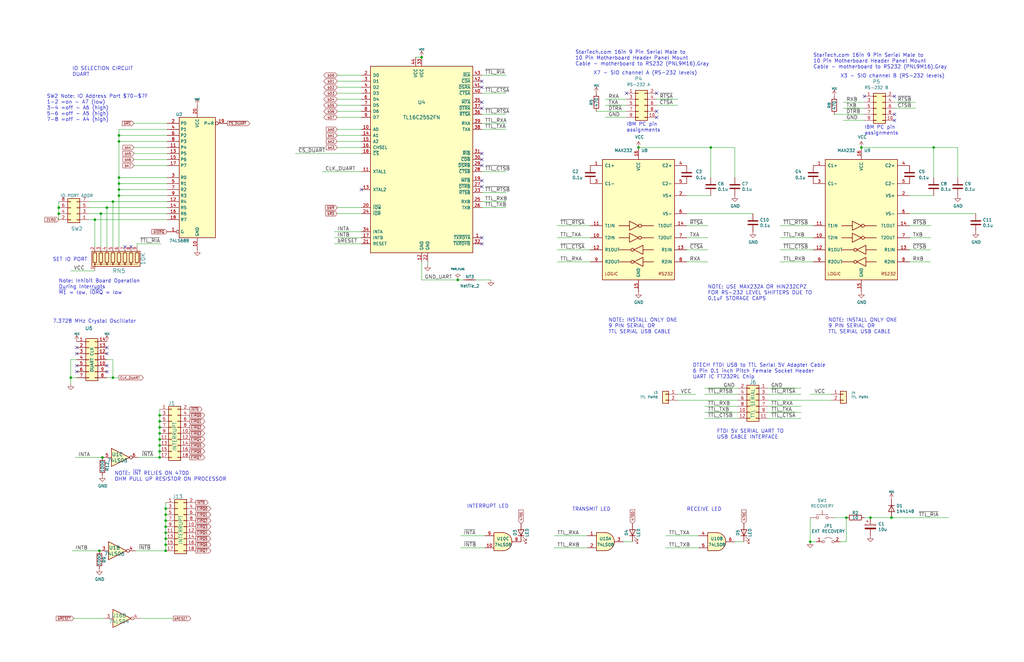
<source format=kicad_sch>
(kicad_sch (version 20211123) (generator eeschema)
  (paper "B")
  (junction (at 177.8 24.13))
  (junction (at 393.7 62.23))
  (junction (at 50.165 57.15))
  (junction (at 50.165 74.93))
  (junction (at 47.625 159.385))
  (junction (at 50.165 82.55))
  (junction (at 69.85 222.25))
  (junction (at 341.63 228.6))
  (junction (at 41.91 232.41))
  (junction (at 43.18 193.04))
  (junction (at 69.85 214.63))
  (junction (at 356.87 218.44))
  (junction (at 269.24 62.23))
  (junction (at 69.85 217.17))
  (junction (at 367.03 218.44))
  (junction (at 193.04 118.11))
  (junction (at 45.085 87.63))
  (junction (at 299.72 62.23))
  (junction (at 67.31 185.42))
  (junction (at 40.005 92.71))
  (junction (at 29.845 159.385))
  (junction (at 69.85 224.79))
  (junction (at 67.31 187.96))
  (junction (at 24.765 90.17))
  (junction (at 67.31 193.04))
  (junction (at 24.765 87.63))
  (junction (at 67.31 182.88))
  (junction (at 50.165 77.47))
  (junction (at 375.92 218.44))
  (junction (at 67.31 180.34))
  (junction (at 50.165 59.69))
  (junction (at 67.31 175.26))
  (junction (at 42.545 90.17))
  (junction (at 363.22 62.23))
  (junction (at 67.31 190.5))
  (junction (at 69.85 232.41))
  (junction (at 69.85 229.87))
  (junction (at 69.85 219.71))
  (junction (at 50.165 80.01))
  (junction (at 47.625 85.09))
  (junction (at 69.85 227.33))
  (junction (at 67.31 177.8))
  (no_connect (at 55.245 104.14))
  (no_connect (at 203.2 76.2))
  (no_connect (at 52.705 104.14))
  (no_connect (at 276.86 39.37))
  (no_connect (at 377.19 50.8))
  (no_connect (at 276.86 49.53))
  (no_connect (at 203.2 64.77))
  (no_connect (at 32.385 149.225))
  (no_connect (at 152.4 80.01))
  (no_connect (at 203.2 34.29))
  (no_connect (at 276.86 46.99))
  (no_connect (at 203.2 69.85))
  (no_connect (at 32.385 156.845))
  (no_connect (at 203.2 100.33))
  (no_connect (at 203.2 43.18))
  (no_connect (at 45.085 156.845))
  (no_connect (at 364.49 40.64))
  (no_connect (at 45.085 154.305))
  (no_connect (at 45.085 149.225))
  (no_connect (at 377.19 40.64))
  (no_connect (at 203.2 67.31))
  (no_connect (at 264.16 39.37))
  (no_connect (at 32.385 154.305))
  (no_connect (at 203.2 78.74))
  (no_connect (at 203.2 102.87))
  (no_connect (at 203.2 45.72))
  (no_connect (at 203.2 36.83))
  (no_connect (at 32.385 146.685))
  (no_connect (at 377.19 48.26))
  (no_connect (at 45.085 146.685))
  (wire (pts (xy 70.485 74.93) (xy 50.165 74.93)))
  (wire (pts (xy 56.515 52.07) (xy 70.485 52.07)))
  (wire (pts (xy 24.765 90.17) (xy 24.765 92.71)))
  (wire (pts (xy 203.2 85.09) (xy 213.36 85.09)))
  (wire (pts (xy 297.18 163.83) (xy 311.15 163.83)))
  (wire (pts (xy 124.46 64.77) (xy 152.4 64.77)))
  (wire (pts (xy 403.86 62.23) (xy 403.86 74.93)))
  (wire (pts (xy 67.31 177.8) (xy 67.31 175.26)))
  (wire (pts (xy 393.7 62.23) (xy 363.22 62.23)))
  (wire (pts (xy 233.68 231.14) (xy 247.65 231.14)))
  (wire (pts (xy 69.85 229.87) (xy 69.85 232.41)))
  (wire (pts (xy 142.24 49.53) (xy 152.4 49.53)))
  (wire (pts (xy 289.56 105.41) (xy 298.45 105.41)))
  (wire (pts (xy 341.63 218.44) (xy 341.63 228.6)))
  (wire (pts (xy 276.86 41.91) (xy 285.75 41.91)))
  (wire (pts (xy 67.31 190.5) (xy 67.31 187.96)))
  (wire (pts (xy 297.18 176.53) (xy 311.15 176.53)))
  (wire (pts (xy 142.24 31.75) (xy 152.4 31.75)))
  (wire (pts (xy 30.48 232.41) (xy 41.91 232.41)))
  (wire (pts (xy 142.24 90.17) (xy 152.4 90.17)))
  (wire (pts (xy 50.165 74.93) (xy 50.165 59.69)))
  (wire (pts (xy 70.485 77.47) (xy 50.165 77.47)))
  (wire (pts (xy 383.54 105.41) (xy 392.43 105.41)))
  (wire (pts (xy 40.005 104.14) (xy 40.005 92.71)))
  (wire (pts (xy 69.85 212.09) (xy 69.85 214.63)))
  (wire (pts (xy 200.66 118.11) (xy 207.01 118.11)))
  (wire (pts (xy 350.52 166.37) (xy 341.63 166.37)))
  (wire (pts (xy 67.31 187.96) (xy 67.31 185.42)))
  (wire (pts (xy 323.85 176.53) (xy 337.82 176.53)))
  (wire (pts (xy 180.34 111.76) (xy 180.34 110.49)))
  (wire (pts (xy 67.31 175.26) (xy 67.31 172.72)))
  (wire (pts (xy 328.93 105.41) (xy 342.9 105.41)))
  (wire (pts (xy 47.625 159.385) (xy 47.625 151.765)))
  (wire (pts (xy 57.785 102.87) (xy 57.785 104.14)))
  (wire (pts (xy 40.005 114.3) (xy 29.845 114.3)))
  (wire (pts (xy 152.4 72.39) (xy 135.89 72.39)))
  (wire (pts (xy 70.485 82.55) (xy 50.165 82.55)))
  (wire (pts (xy 29.845 151.765) (xy 29.845 159.385)))
  (wire (pts (xy 203.2 52.07) (xy 213.36 52.07)))
  (wire (pts (xy 311.15 168.91) (xy 285.75 168.91)))
  (wire (pts (xy 50.165 80.01) (xy 50.165 77.47)))
  (wire (pts (xy 142.24 87.63) (xy 152.4 87.63)))
  (wire (pts (xy 337.82 171.45) (xy 323.85 171.45)))
  (wire (pts (xy 140.97 102.87) (xy 152.4 102.87)))
  (wire (pts (xy 24.765 85.09) (xy 24.765 87.63)))
  (wire (pts (xy 354.33 228.6) (xy 356.87 228.6)))
  (wire (pts (xy 328.93 95.25) (xy 342.9 95.25)))
  (wire (pts (xy 70.485 59.69) (xy 50.165 59.69)))
  (wire (pts (xy 328.93 100.33) (xy 342.9 100.33)))
  (wire (pts (xy 337.82 166.37) (xy 323.85 166.37)))
  (wire (pts (xy 377.19 43.18) (xy 386.08 43.18)))
  (wire (pts (xy 299.72 62.23) (xy 269.24 62.23)))
  (wire (pts (xy 194.31 231.14) (xy 204.47 231.14)))
  (wire (pts (xy 142.24 57.15) (xy 152.4 57.15)))
  (wire (pts (xy 50.165 104.14) (xy 50.165 82.55)))
  (wire (pts (xy 177.8 118.11) (xy 193.04 118.11)))
  (wire (pts (xy 57.785 102.87) (xy 67.945 102.87)))
  (wire (pts (xy 276.86 44.45) (xy 285.75 44.45)))
  (wire (pts (xy 355.6 45.72) (xy 364.49 45.72)))
  (wire (pts (xy 323.85 168.91) (xy 350.52 168.91)))
  (wire (pts (xy 142.24 39.37) (xy 152.4 39.37)))
  (wire (pts (xy 69.85 214.63) (xy 69.85 217.17)))
  (wire (pts (xy 383.54 95.25) (xy 392.43 95.25)))
  (wire (pts (xy 45.085 87.63) (xy 70.485 87.63)))
  (wire (pts (xy 37.465 87.63) (xy 45.085 87.63)))
  (wire (pts (xy 69.85 219.71) (xy 69.85 222.25)))
  (wire (pts (xy 337.82 163.83) (xy 323.85 163.83)))
  (wire (pts (xy 234.95 105.41) (xy 248.92 105.41)))
  (wire (pts (xy 45.085 159.385) (xy 47.625 159.385)))
  (wire (pts (xy 255.27 41.91) (xy 264.16 41.91)))
  (wire (pts (xy 234.95 100.33) (xy 248.92 100.33)))
  (wire (pts (xy 42.545 104.14) (xy 42.545 90.17)))
  (wire (pts (xy 383.54 82.55) (xy 393.7 82.55)))
  (wire (pts (xy 50.165 77.47) (xy 50.165 74.93)))
  (wire (pts (xy 67.31 185.42) (xy 67.31 182.88)))
  (wire (pts (xy 142.24 44.45) (xy 152.4 44.45)))
  (wire (pts (xy 203.2 54.61) (xy 213.36 54.61)))
  (wire (pts (xy 255.27 49.53) (xy 264.16 49.53)))
  (wire (pts (xy 383.54 90.17) (xy 411.48 90.17)))
  (wire (pts (xy 29.845 161.925) (xy 29.845 159.385)))
  (wire (pts (xy 289.56 95.25) (xy 298.45 95.25)))
  (wire (pts (xy 56.515 67.31) (xy 70.485 67.31)))
  (wire (pts (xy 289.56 90.17) (xy 317.5 90.17)))
  (wire (pts (xy 383.54 100.33) (xy 392.43 100.33)))
  (wire (pts (xy 203.2 39.37) (xy 213.36 39.37)))
  (wire (pts (xy 45.085 104.14) (xy 45.085 87.63)))
  (wire (pts (xy 355.6 50.8) (xy 364.49 50.8)))
  (wire (pts (xy 234.95 110.49) (xy 248.92 110.49)))
  (wire (pts (xy 251.46 46.99) (xy 264.16 46.99)))
  (wire (pts (xy 337.82 173.99) (xy 323.85 173.99)))
  (wire (pts (xy 69.85 217.17) (xy 69.85 219.71)))
  (wire (pts (xy 37.465 92.71) (xy 40.005 92.71)))
  (wire (pts (xy 40.005 92.71) (xy 70.485 92.71)))
  (wire (pts (xy 140.97 97.79) (xy 152.4 97.79)))
  (wire (pts (xy 393.7 62.23) (xy 403.86 62.23)))
  (wire (pts (xy 50.165 59.69) (xy 50.165 57.15)))
  (wire (pts (xy 142.24 36.83) (xy 152.4 36.83)))
  (wire (pts (xy 377.19 45.72) (xy 386.08 45.72)))
  (wire (pts (xy 203.2 87.63) (xy 213.36 87.63)))
  (wire (pts (xy 400.05 218.44) (xy 375.92 218.44)))
  (wire (pts (xy 37.465 90.17) (xy 42.545 90.17)))
  (wire (pts (xy 299.72 74.93) (xy 299.72 62.23)))
  (wire (pts (xy 351.79 48.26) (xy 364.49 48.26)))
  (wire (pts (xy 24.765 87.63) (xy 24.765 90.17)))
  (wire (pts (xy 309.88 228.6) (xy 313.69 228.6)))
  (wire (pts (xy 289.56 110.49) (xy 298.45 110.49)))
  (wire (pts (xy 142.24 54.61) (xy 152.4 54.61)))
  (wire (pts (xy 42.545 90.17) (xy 70.485 90.17)))
  (wire (pts (xy 297.18 173.99) (xy 311.15 173.99)))
  (wire (pts (xy 393.7 74.93) (xy 393.7 62.23)))
  (wire (pts (xy 67.31 193.04) (xy 67.31 190.5)))
  (wire (pts (xy 364.49 218.44) (xy 367.03 218.44)))
  (wire (pts (xy 233.68 226.06) (xy 247.65 226.06)))
  (wire (pts (xy 193.04 118.11) (xy 195.58 118.11)))
  (wire (pts (xy 234.95 95.25) (xy 248.92 95.25)))
  (wire (pts (xy 56.515 69.85) (xy 70.485 69.85)))
  (wire (pts (xy 70.485 80.01) (xy 50.165 80.01)))
  (wire (pts (xy 32.385 151.765) (xy 29.845 151.765)))
  (wire (pts (xy 367.03 218.44) (xy 375.92 218.44)))
  (wire (pts (xy 177.8 118.11) (xy 177.8 110.49)))
  (wire (pts (xy 280.67 226.06) (xy 294.64 226.06)))
  (wire (pts (xy 297.18 171.45) (xy 311.15 171.45)))
  (wire (pts (xy 356.87 228.6) (xy 356.87 218.44)))
  (wire (pts (xy 56.515 64.77) (xy 70.485 64.77)))
  (wire (pts (xy 203.2 81.28) (xy 213.36 81.28)))
  (wire (pts (xy 142.24 41.91) (xy 152.4 41.91)))
  (wire (pts (xy 142.24 46.99) (xy 152.4 46.99)))
  (wire (pts (xy 299.72 62.23) (xy 309.88 62.23)))
  (wire (pts (xy 37.465 85.09) (xy 47.625 85.09)))
  (wire (pts (xy 47.625 85.09) (xy 70.485 85.09)))
  (wire (pts (xy 383.54 110.49) (xy 392.43 110.49)))
  (wire (pts (xy 297.18 166.37) (xy 311.15 166.37)))
  (wire (pts (xy 69.85 227.33) (xy 69.85 229.87)))
  (wire (pts (xy 69.85 224.79) (xy 69.85 227.33)))
  (wire (pts (xy 58.42 193.04) (xy 67.31 193.04)))
  (wire (pts (xy 47.625 159.385) (xy 50.165 159.385)))
  (wire (pts (xy 47.625 104.14) (xy 47.625 85.09)))
  (wire (pts (xy 280.67 231.14) (xy 294.64 231.14)))
  (wire (pts (xy 67.31 180.34) (xy 67.31 177.8)))
  (wire (pts (xy 45.085 151.765) (xy 47.625 151.765)))
  (wire (pts (xy 59.055 260.985) (xy 73.025 260.985)))
  (wire (pts (xy 203.2 72.39) (xy 213.36 72.39)))
  (wire (pts (xy 56.515 62.23) (xy 70.485 62.23)))
  (wire (pts (xy 356.87 218.44) (xy 351.79 218.44)))
  (wire (pts (xy 50.165 54.61) (xy 70.485 54.61)))
  (wire (pts (xy 177.8 24.13) (xy 175.26 24.13)))
  (wire (pts (xy 31.115 260.985) (xy 43.815 260.985)))
  (wire (pts (xy 289.56 82.55) (xy 299.72 82.55)))
  (wire (pts (xy 142.24 62.23) (xy 152.4 62.23)))
  (wire (pts (xy 203.2 48.26) (xy 213.36 48.26)))
  (wire (pts (xy 194.31 226.06) (xy 204.47 226.06)))
  (wire (pts (xy 203.2 31.75) (xy 213.36 31.75)))
  (wire (pts (xy 142.24 34.29) (xy 152.4 34.29)))
  (wire (pts (xy 142.24 59.69) (xy 152.4 59.69)))
  (wire (pts (xy 140.97 100.33) (xy 152.4 100.33)))
  (wire (pts (xy 341.63 228.6) (xy 344.17 228.6)))
  (wire (pts (xy 309.88 62.23) (xy 309.88 74.93)))
  (wire (pts (xy 289.56 100.33) (xy 298.45 100.33)))
  (wire (pts (xy 57.15 232.41) (xy 69.85 232.41)))
  (wire (pts (xy 50.165 57.15) (xy 50.165 54.61)))
  (wire (pts (xy 328.93 110.49) (xy 342.9 110.49)))
  (wire (pts (xy 50.165 82.55) (xy 50.165 80.01)))
  (wire (pts (xy 31.75 193.04) (xy 43.18 193.04)))
  (wire (pts (xy 255.27 44.45) (xy 264.16 44.45)))
  (wire (pts (xy 70.485 57.15) (xy 50.165 57.15)))
  (wire (pts (xy 285.75 166.37) (xy 293.37 166.37)))
  (wire (pts (xy 355.6 43.18) (xy 364.49 43.18)))
  (wire (pts (xy 262.89 228.6) (xy 266.7 228.6)))
  (wire (pts (xy 29.845 159.385) (xy 32.385 159.385)))
  (wire (pts (xy 69.85 222.25) (xy 69.85 224.79)))
  (wire (pts (xy 67.31 182.88) (xy 67.31 180.34)))
  (text "NOTE: USE MAX232A OR HIN232CPZ\nFOR RS-232 LEVEL SHIFTERS DUE TO\n0.1uF STORAGE CAPS" (at 298.45 127 0) (effects (font (size 1.524 1.524)) (justify left bottom)))
  (text "X7 - SIO channel A (RS-232 levels)" (at 250.19 31.75 0) (effects (font (size 1.524 1.524)) (justify left bottom)))
  (text "NOTE: INSTALL ONLY ONE\n9 PIN SERIAL OR\nTTL SERIAL USB CABLE" (at 256.54 140.97 0) (effects (font (size 1.524 1.524)) (justify left bottom)))
  (text "SW2 Note: IO Address Port $70-$7F\n1-2 =on - A7 (low)\n3-4 =off - A6 (high)\n5-6 =off - A5 (high)\n7-8 =off - A4 (high)" (at 19.685 51.435 0) (effects (font (size 1.524 1.524)) (justify left bottom)))
  (text "NOTE: ~{INT} RELIES ON 4700 \nOHM PULL UP RESISTOR ON PROCESSOR" (at 48.26 203.2 0) (effects (font (size 1.524 1.524)) (justify left bottom)))
  (text "StarTech.com 16in 9 Pin Serial Male to \n10 Pin Motherboard Header Panel Mount \nCable - motherboard to RS232 (PNL9M16),Gray" (at 242.57 27.94 0) (effects (font (size 1.524 1.524)) (justify left bottom)))
  (text "INTERRUPT LED" (at 196.85 214.63 0) (effects (font (size 1.524 1.524)) (justify left bottom)))
  (text "SET IO PORT" (at 22.225 110.49 0) (effects (font (size 1.524 1.524)) (justify left bottom)))
  (text "DTECH FTDI USB to TTL Serial 5V Adapter Cable \n6 Pin 0.1 inch Pitch Female Socket Header \nUART IC FT232RL Chip" (at 292.1 160.02 0) (effects (font (size 1.524 1.524)) (justify left bottom)))
  (text "FTDI 5V SERIAL UART TO\nUSB CABLE INTERFACE" (at 302.26 185.42 0) (effects (font (size 1.524 1.524)) (justify left bottom)))
  (text "TRANSMIT LED" (at 241.3 215.9 0) (effects (font (size 1.524 1.524)) (justify left bottom)))
  (text "7.3728 MHz Crystal Oscillator" (at 22.225 136.525 0) (effects (font (size 1.524 1.524)) (justify left bottom)))
  (text "IBM PC pin\nassignments" (at 264.16 55.88 0) (effects (font (size 1.524 1.524)) (justify left bottom)))
  (text "StarTech.com 16in 9 Pin Serial Male to \n10 Pin Motherboard Header Panel Mount \nCable - motherboard to RS232 (PNL9M16),Gray" (at 342.9 29.21 0) (effects (font (size 1.524 1.524)) (justify left bottom)))
  (text "RECEIVE LED" (at 289.56 215.9 0) (effects (font (size 1.524 1.524)) (justify left bottom)))
  (text "IO SELECTION CIRCUIT\nDUART" (at 30.48 32.385 0) (effects (font (size 1.524 1.524)) (justify left bottom)))
  (text "Note: Inhibit Board Operation\nDuring Interrupts\n~{M1} = low, ~{IORQ} = low" (at 24.765 124.46 0) (effects (font (size 1.524 1.524)) (justify left bottom)))
  (text "X3 - SIO channel B (RS-232 levels)" (at 354.33 33.02 0) (effects (font (size 1.524 1.524)) (justify left bottom)))
  (text "NOTE: INSTALL ONLY ONE\n9 PIN SERIAL OR\nTTL SERIAL USB CABLE" (at 349.25 140.97 0) (effects (font (size 1.524 1.524)) (justify left bottom)))
  (text "IBM PC pin\nassignments" (at 364.49 57.15 0) (effects (font (size 1.524 1.524)) (justify left bottom)))
  (label "~{DTRA}" (at 256.54 46.99 0) (effects (font (size 1.524 1.524))))
  (label "~{INTB}" (at 195.58 231.14 0) (effects (font (size 1.524 1.524))))
  (label "~{TTL_CTSB}" (at 330.2 105.41 0) (effects (font (size 1.524 1.524))))
  (label "TXA" (at 290.83 100.33 0) (effects (font (size 1.524 1.524))))
  (label "TXB" (at 356.87 45.72 0) (effects (font (size 1.524 1.524))))
  (label "~{TTL_RTSA}" (at 236.22 95.25 0) (effects (font (size 1.524 1.524))))
  (label "INTA" (at 142.24 97.79 0) (effects (font (size 1.524 1.524))))
  (label "RXA" (at 256.54 41.91 0) (effects (font (size 1.524 1.524))))
  (label "GND" (at 356.87 50.8 0) (effects (font (size 1.524 1.524))))
  (label "TTL_TXB" (at 330.2 100.33 0) (effects (font (size 1.524 1.524))))
  (label "~{RTSA}" (at 278.13 41.91 0) (effects (font (size 1.524 1.524))))
  (label "~{CTSA}" (at 290.83 105.41 0) (effects (font (size 1.524 1.524))))
  (label "RXA" (at 290.83 110.49 0) (effects (font (size 1.524 1.524))))
  (label "TTL_RXA" (at 234.95 226.06 0) (effects (font (size 1.524 1.524))))
  (label "TTL_TXB" (at 298.45 173.99 0) (effects (font (size 1.524 1.524))))
  (label "~{TTL_CTSB}" (at 298.45 176.53 0) (effects (font (size 1.524 1.524))))
  (label "~{TTL_RIA}" (at 59.055 102.87 0) (effects (font (size 1.524 1.524))))
  (label "RXB" (at 356.87 43.18 0) (effects (font (size 1.524 1.524))))
  (label "TTL_TXB" (at 281.94 231.14 0) (effects (font (size 1.524 1.524))))
  (label "~{TTL_RTSA}" (at 325.12 166.37 0) (effects (font (size 1.524 1.524))))
  (label "~{TTL_RTSB}" (at 204.47 81.28 0) (effects (font (size 1.524 1.524))))
  (label "GND" (at 256.54 49.53 0) (effects (font (size 1.524 1.524))))
  (label "~{TTL_RTSA}" (at 204.47 48.26 0) (effects (font (size 1.524 1.524))))
  (label "~{CS_DUART}" (at 125.73 64.77 0) (effects (font (size 1.524 1.524))))
  (label "~{TTL_RIA}" (at 204.47 31.75 0) (effects (font (size 1.524 1.524))))
  (label "INTB" (at 31.75 232.41 0) (effects (font (size 1.524 1.524))))
  (label "VCC" (at 347.98 166.37 180) (effects (font (size 1.524 1.524))))
  (label "GND" (at 325.12 163.83 0) (effects (font (size 1.524 1.524))))
  (label "~{CTSB}" (at 378.46 45.72 0) (effects (font (size 1.524 1.524))))
  (label "TTL_RXB" (at 234.95 231.14 0) (effects (font (size 1.524 1.524))))
  (label "~{CTSA}" (at 278.13 44.45 0) (effects (font (size 1.524 1.524))))
  (label "TTL_RXA" (at 325.12 171.45 0) (effects (font (size 1.524 1.524))))
  (label "~{CTSB}" (at 384.81 105.41 0) (effects (font (size 1.524 1.524))))
  (label "GND_UART" (at 179.07 118.11 0) (effects (font (size 1.524 1.524))))
  (label "~{RTSA}" (at 290.83 95.25 0) (effects (font (size 1.524 1.524))))
  (label "RXB" (at 384.81 110.49 0) (effects (font (size 1.524 1.524))))
  (label "bRESET" (at 142.24 102.87 0) (effects (font (size 1.524 1.524))))
  (label "CLK_DUART" (at 137.16 72.39 0) (effects (font (size 1.524 1.524))))
  (label "~{TTL_CTSA}" (at 236.22 105.41 0) (effects (font (size 1.524 1.524))))
  (label "INTB" (at 142.24 100.33 0) (effects (font (size 1.524 1.524))))
  (label "~{TTL_CTSA}" (at 325.12 176.53 0) (effects (font (size 1.524 1.524))))
  (label "TTL_TXB" (at 204.47 87.63 0) (effects (font (size 1.524 1.524))))
  (label "~{TTL_CTSB}" (at 204.47 72.39 0) (effects (font (size 1.524 1.524))))
  (label "TTL_TXA" (at 236.22 100.33 0) (effects (font (size 1.524 1.524))))
  (label "INTA" (at 33.02 193.04 0) (effects (font (size 1.524 1.524))))
  (label "GND" (at 309.88 163.83 180) (effects (font (size 1.524 1.524))))
  (label "~{TTL_RIA}" (at 387.35 218.44 0) (effects (font (size 1.524 1.524))))
  (label "~{INTA}" (at 59.69 193.04 0) (effects (font (size 1.524 1.524))))
  (label "~{DTRB}" (at 356.87 48.26 0) (effects (font (size 1.524 1.524))))
  (label "~{RTSB}" (at 378.46 43.18 0) (effects (font (size 1.524 1.524))))
  (label "TTL_RXB" (at 204.47 85.09 0) (effects (font (size 1.524 1.524))))
  (label "VCC" (at 31.115 114.3 0) (effects (font (size 1.524 1.524))))
  (label "VCC" (at 287.02 166.37 0) (effects (font (size 1.524 1.524))))
  (label "TTL_RXB" (at 330.2 110.49 0) (effects (font (size 1.524 1.524))))
  (label "~{TTL_CTSA}" (at 204.47 39.37 0) (effects (font (size 1.524 1.524))))
  (label "TTL_TXA" (at 204.47 54.61 0) (effects (font (size 1.524 1.524))))
  (label "~{INTB}" (at 58.42 232.41 0) (effects (font (size 1.524 1.524))))
  (label "TTL_RXB" (at 298.45 171.45 0) (effects (font (size 1.524 1.524))))
  (label "TTL_TXA" (at 325.12 173.99 0) (effects (font (size 1.524 1.524))))
  (label "~{RTSB}" (at 384.81 95.25 0) (effects (font (size 1.524 1.524))))
  (label "~{TTL_RTSB}" (at 330.2 95.25 0) (effects (font (size 1.524 1.524))))
  (label "TXA" (at 256.54 44.45 0) (effects (font (size 1.524 1.524))))
  (label "~{INTA}" (at 195.58 226.06 0) (effects (font (size 1.524 1.524))))
  (label "~{TTL_RTSB}" (at 298.45 166.37 0) (effects (font (size 1.524 1.524))))
  (label "TTL_RXA" (at 204.47 52.07 0) (effects (font (size 1.524 1.524))))
  (label "TTL_RXA" (at 236.22 110.49 0) (effects (font (size 1.524 1.524))))
  (label "TTL_TXA" (at 281.94 226.06 0) (effects (font (size 1.524 1.524))))
  (label "TXB" (at 384.81 100.33 0) (effects (font (size 1.524 1.524))))
  (global_label "bD3" (shape bidirectional) (at 142.24 39.37 180) (effects (font (size 1.016 1.016))) (property "Intersheet References" "${INTERSHEET_REFS}" (effects hide)))
  (global_label "~{EIRQ1}" (shape output) (at 80.01 177.8 0) (effects (font (size 1.016 1.016))) (property "Intersheet References" "${INTERSHEET_REFS}" (effects hide)))
  (global_label "~{EIRQ1}" (shape output) (at 82.55 217.17 0) (effects (font (size 1.016 1.016))) (property "Intersheet References" "${INTERSHEET_REFS}" (effects hide)))
  (global_label "~{CS_DUART}" (shape output) (at 95.885 52.07 0) (effects (font (size 1.016 1.016))) (property "Intersheet References" "${INTERSHEET_REFS}" (effects hide)))
  (global_label "~{EIRQ2}" (shape output) (at 82.55 219.71 0) (effects (font (size 1.016 1.016))) (property "Intersheet References" "${INTERSHEET_REFS}" (effects hide)))
  (global_label "~{EIRQ3}" (shape output) (at 82.55 222.25 0) (effects (font (size 1.016 1.016))) (property "Intersheet References" "${INTERSHEET_REFS}" (effects hide)))
  (global_label "bA1" (shape input) (at 142.24 57.15 180) (effects (font (size 1.016 1.016))) (property "Intersheet References" "${INTERSHEET_REFS}" (effects hide)))
  (global_label "~{EIRQ6}" (shape output) (at 82.55 229.87 0) (effects (font (size 1.016 1.016))) (property "Intersheet References" "${INTERSHEET_REFS}" (effects hide)))
  (global_label "bA6" (shape input) (at 56.515 67.31 180) (effects (font (size 1.016 1.016))) (property "Intersheet References" "${INTERSHEET_REFS}" (effects hide)))
  (global_label "bD5" (shape bidirectional) (at 142.24 44.45 180) (effects (font (size 1.016 1.016))) (property "Intersheet References" "${INTERSHEET_REFS}" (effects hide)))
  (global_label "~{INT0}" (shape output) (at 82.55 212.09 0) (effects (font (size 1.016 1.016))) (property "Intersheet References" "${INTERSHEET_REFS}" (effects hide)))
  (global_label "~{EIRQ6}" (shape output) (at 80.01 190.5 0) (effects (font (size 1.016 1.016))) (property "Intersheet References" "${INTERSHEET_REFS}" (effects hide)))
  (global_label "470E" (shape input) (at 219.71 220.98 90) (effects (font (size 1.016 1.016))) (property "Intersheet References" "${INTERSHEET_REFS}" (effects hide)))
  (global_label "470D" (shape input) (at 266.7 220.98 90) (effects (font (size 1.016 1.016))) (property "Intersheet References" "${INTERSHEET_REFS}" (effects hide)))
  (global_label "bA0" (shape input) (at 142.24 54.61 180) (effects (font (size 1.016 1.016))) (property "Intersheet References" "${INTERSHEET_REFS}" (effects hide)))
  (global_label "~{EIRQ2}" (shape output) (at 80.01 180.34 0) (effects (font (size 1.016 1.016))) (property "Intersheet References" "${INTERSHEET_REFS}" (effects hide)))
  (global_label "~{INT0}" (shape output) (at 80.01 172.72 0) (effects (font (size 1.016 1.016))) (property "Intersheet References" "${INTERSHEET_REFS}" (effects hide)))
  (global_label "~{EIRQ0}" (shape output) (at 82.55 214.63 0) (effects (font (size 1.016 1.016))) (property "Intersheet References" "${INTERSHEET_REFS}" (effects hide)))
  (global_label "bA4" (shape input) (at 56.515 62.23 180) (effects (font (size 1.016 1.016))) (property "Intersheet References" "${INTERSHEET_REFS}" (effects hide)))
  (global_label "~{bRESET}" (shape input) (at 31.115 260.985 180) (effects (font (size 1.016 1.016))) (property "Intersheet References" "${INTERSHEET_REFS}" (effects hide)))
  (global_label "~{bM1}" (shape input) (at 56.515 52.07 180) (effects (font (size 1.016 1.016))) (property "Intersheet References" "${INTERSHEET_REFS}" (effects hide)))
  (global_label "~{EIRQ5}" (shape output) (at 80.01 187.96 0) (effects (font (size 1.016 1.016))) (property "Intersheet References" "${INTERSHEET_REFS}" (effects hide)))
  (global_label "ZERO" (shape input) (at 24.765 92.71 180) (effects (font (size 1.016 1.016))) (property "Intersheet References" "${INTERSHEET_REFS}" (effects hide)))
  (global_label "bD4" (shape bidirectional) (at 142.24 41.91 180) (effects (font (size 1.016 1.016))) (property "Intersheet References" "${INTERSHEET_REFS}" (effects hide)))
  (global_label "~{EIRQ4}" (shape output) (at 80.01 185.42 0) (effects (font (size 1.016 1.016))) (property "Intersheet References" "${INTERSHEET_REFS}" (effects hide)))
  (global_label "bD0" (shape bidirectional) (at 142.24 31.75 180) (effects (font (size 1.016 1.016))) (property "Intersheet References" "${INTERSHEET_REFS}" (effects hide)))
  (global_label "bA5" (shape input) (at 56.515 64.77 180) (effects (font (size 1.016 1.016))) (property "Intersheet References" "${INTERSHEET_REFS}" (effects hide)))
  (global_label "bA7" (shape input) (at 56.515 69.85 180) (effects (font (size 1.016 1.016))) (property "Intersheet References" "${INTERSHEET_REFS}" (effects hide)))
  (global_label "~{EIRQ0}" (shape output) (at 80.01 175.26 0) (effects (font (size 1.016 1.016))) (property "Intersheet References" "${INTERSHEET_REFS}" (effects hide)))
  (global_label "~{EIRQ3}" (shape output) (at 80.01 182.88 0) (effects (font (size 1.016 1.016))) (property "Intersheet References" "${INTERSHEET_REFS}" (effects hide)))
  (global_label "bD6" (shape bidirectional) (at 142.24 46.99 180) (effects (font (size 1.016 1.016))) (property "Intersheet References" "${INTERSHEET_REFS}" (effects hide)))
  (global_label "bD2" (shape bidirectional) (at 142.24 36.83 180) (effects (font (size 1.016 1.016))) (property "Intersheet References" "${INTERSHEET_REFS}" (effects hide)))
  (global_label "bA3" (shape input) (at 142.24 62.23 180) (effects (font (size 1.016 1.016))) (property "Intersheet References" "${INTERSHEET_REFS}" (effects hide)))
  (global_label "~{EIRQ4}" (shape output) (at 82.55 224.79 0) (effects (font (size 1.016 1.016))) (property "Intersheet References" "${INTERSHEET_REFS}" (effects hide)))
  (global_label "~{EIRQ7}" (shape output) (at 82.55 232.41 0) (effects (font (size 1.016 1.016))) (property "Intersheet References" "${INTERSHEET_REFS}" (effects hide)))
  (global_label "~{EIRQ7}" (shape output) (at 80.01 193.04 0) (effects (font (size 1.016 1.016))) (property "Intersheet References" "${INTERSHEET_REFS}" (effects hide)))
  (global_label "~{bRD}" (shape input) (at 142.24 90.17 180) (effects (font (size 1.016 1.016))) (property "Intersheet References" "${INTERSHEET_REFS}" (effects hide)))
  (global_label "bA2" (shape input) (at 142.24 59.69 180) (effects (font (size 1.016 1.016))) (property "Intersheet References" "${INTERSHEET_REFS}" (effects hide)))
  (global_label "~{EIRQ5}" (shape output) (at 82.55 227.33 0) (effects (font (size 1.016 1.016))) (property "Intersheet References" "${INTERSHEET_REFS}" (effects hide)))
  (global_label "CLK_DUART" (shape output) (at 50.165 159.385 0) (effects (font (size 1.016 1.016))) (property "Intersheet References" "${INTERSHEET_REFS}" (effects hide)))
  (global_label "bD7" (shape bidirectional) (at 142.24 49.53 180) (effects (font (size 1.016 1.016))) (property "Intersheet References" "${INTERSHEET_REFS}" (effects hide)))
  (global_label "~{bWR}" (shape input) (at 142.24 87.63 180) (effects (font (size 1.016 1.016))) (property "Intersheet References" "${INTERSHEET_REFS}" (effects hide)))
  (global_label "~{bIORQ}" (shape input) (at 70.485 97.79 180) (effects (font (size 1.016 1.016))) (property "Intersheet References" "${INTERSHEET_REFS}" (effects hide)))
  (global_label "bD1" (shape bidirectional) (at 142.24 34.29 180) (effects (font (size 1.016 1.016))) (property "Intersheet References" "${INTERSHEET_REFS}" (effects hide)))
  (global_label "470C" (shape input) (at 313.69 220.98 90) (effects (font (size 1.016 1.016))) (property "Intersheet References" "${INTERSHEET_REFS}" (effects hide)))
  (global_label "bRESET" (shape output) (at 73.025 260.985 0) (effects (font (size 1.016 1.016))) (property "Intersheet References" "${INTERSHEET_REFS}" (effects hide)))
  (symbol (lib_id "Connector_Generic:Conn_02x05_Odd_Even") (at 269.24 44.45 0) (unit 1)
    (property "Reference" "P4" (at 269.24 33.1978 0) (effects (font (size 1.524 1.524))))
    (property "Value" "RS-232 A" (at 269.24 35.687 0))
    (property "Footprint" "Connector_IDC:IDC-Header_2x05_P2.54mm_Horizontal" (effects hide))
  )
  (symbol (lib_id "Connector_Generic:Conn_02x07_Counter_Clockwise") (at 37.465 151.765 0) (unit 1)
    (property "Reference" "U6" (at 37.465 138.5062 0) (effects (font (size 1.524 1.524))))
    (property "Value" "DUART CLK" (at 38.735 151.765 90))
    (property "Footprint" "Package_DIP:DIP-14_W7.62mm" (effects hide))
  )
  (symbol (lib_id "74xx:74LS06") (at 50.8 193.04 0) (unit 3)
    (property "Reference" "U1" (at 49.53 191.77 0) (effects (font (size 1.524 1.524))))
    (property "Value" "74LS06" (at 49.53 194.31 0) (effects (font (size 1.524 1.524))))
    (property "Footprint" "Package_DIP:DIP-14_W7.62mm" (effects hide))
    (property "Datasheet" "http://www.ti.com/lit/gpn/sn74LS06" (effects hide))
  )
  (symbol (lib_id "Device:LED") (at 219.71 224.79 90) (unit 1)
    (property "Reference" "D3" (at 217.17 224.79 0))
    (property "Value" "LED" (at 222.25 224.79 0))
    (property "Footprint" "LED_THT:LED_D3.0mm" (effects hide))
  )
  (symbol (lib_id "Connector_Generic:Conn_01x02") (at 355.6 166.37 0) (unit 1)
    (property "Reference" "J4" (at 358.8512 165.6588 0) (effects (font (size 1.016 1.016)) (justify left)))
    (property "Value" "TTL PWRA" (at 358.8512 167.5892 0) (effects (font (size 1.016 1.016)) (justify left)))
    (property "Footprint" "Connector_PinHeader_2.54mm:PinHeader_1x02_P2.54mm_Vertical" (effects hide))
  )
  (symbol (lib_id "power:VCC") (at 32.385 144.145 0) (unit 1)
    (property "Reference" "#PWR014" (effects hide))
    (property "Value" "VCC" (at 32.4612 140.8938 0) (effects (font (size 0.762 0.762))))
  )
  (symbol (lib_id "Device:LED") (at 313.69 224.79 90) (unit 1)
    (property "Reference" "D5" (at 311.15 224.79 0))
    (property "Value" "LED" (at 316.23 224.79 0))
    (property "Footprint" "LED_THT:LED_D3.0mm" (effects hide))
  )
  (symbol (lib_id "Device:R") (at 251.46 43.18 180) (unit 1)
    (property "Reference" "R5" (at 249.428 43.18 90))
    (property "Value" "470" (at 251.46 43.18 90))
    (property "Footprint" "Resistor_THT:R_Axial_DIN0207_L6.3mm_D2.5mm_P7.62mm_Horizontal" (effects hide))
  )
  (symbol (lib_id "Device:C_Polarized") (at 367.03 222.25 0) (unit 1)
    (property "Reference" "C1" (at 370.3066 221.0816 0) (effects (justify left)))
    (property "Value" "10u" (at 370.3066 223.393 0) (effects (justify left)))
    (property "Footprint" "Capacitor_THT:CP_Radial_D5.0mm_P2.50mm" (effects hide))
  )
  (symbol (lib_id "Diode:1N4148") (at 375.92 214.63 270) (unit 1)
    (property "Reference" "D1" (at 377.952 213.4616 90) (effects (justify left)))
    (property "Value" "1N4148" (at 377.952 215.773 90) (effects (justify left)))
    (property "Footprint" "Diode_THT:D_DO-35_SOD27_P7.62mm_Horizontal" (effects hide))
    (property "Datasheet" "https://assets.nexperia.com/documents/data-sheet/1N4148_1N4448.pdf" (effects hide))
  )
  (symbol (lib_id "power:GND") (at 367.03 226.06 0) (unit 1)
    (property "Reference" "#PWR05" (effects hide))
    (property "Value" "GND" (effects hide))
  )
  (symbol (lib_id "power:GND") (at 207.01 118.11 0) (unit 1)
    (property "Reference" "#PWR018" (effects hide))
    (property "Value" "GND" (effects hide))
  )
  (symbol (lib_id "power:GND") (at 180.34 111.76 0) (unit 1)
    (property "Reference" "#PWR012" (effects hide))
    (property "Value" "GND" (effects hide))
  )
  (symbol (lib_id "74xx:74LS08") (at 212.09 228.6 0) (unit 3)
    (property "Reference" "U10" (at 212.09 227.33 0))
    (property "Value" "74LS08" (at 212.09 229.87 0))
    (property "Footprint" "Package_DIP:DIP-14_W7.62mm" (effects hide))
    (property "Datasheet" "http://www.ti.com/lit/gpn/sn74LS08" (effects hide))
  )
  (symbol (lib_id "Device:R") (at 41.91 236.22 0) (unit 1)
    (property "Reference" "R9" (at 43.942 236.22 90))
    (property "Value" "1000" (at 41.91 236.22 90))
    (property "Footprint" "Resistor_THT:R_Axial_DIN0207_L6.3mm_D2.5mm_P7.62mm_Horizontal" (effects hide))
  )
  (symbol (lib_id "power:GND") (at 41.91 240.03 0) (unit 1)
    (property "Reference" "#PWR020" (effects hide))
    (property "Value" "GND" (at 42.037 244.4242 0))
  )
  (symbol (lib_id "power:GND") (at 83.185 105.41 0) (unit 1)
    (property "Reference" "#PWR09" (effects hide))
    (property "Value" "GND" (effects hide))
  )
  (symbol (lib_id "Connector_Generic:Conn_02x09_Odd_Even") (at 72.39 182.88 0) (unit 1)
    (property "Reference" "J1" (at 72.39 170.18 0) (effects (font (size 1.524 1.524))))
    (property "Value" "INTERRUPT" (at 73.66 184.15 90) (effects (font (size 1.524 1.524))))
    (property "Footprint" "Connector_PinHeader_2.54mm:PinHeader_2x09_P2.54mm_Vertical" (effects hide))
  )
  (symbol (lib_id "Connector_Generic:Conn_02x09_Odd_Even") (at 74.93 222.25 0) (unit 1)
    (property "Reference" "J13" (at 74.93 209.55 0) (effects (font (size 1.524 1.524))))
    (property "Value" "INTERRUPT" (at 76.2 223.52 90) (effects (font (size 1.524 1.524))))
    (property "Footprint" "Connector_PinHeader_2.54mm:PinHeader_2x09_P2.54mm_Vertical" (effects hide))
  )
  (symbol (lib_id "74xx:74LS04") (at 51.435 260.985 0) (unit 2)
    (property "Reference" "U16" (at 50.165 259.715 0) (effects (font (size 1.524 1.524))))
    (property "Value" "74LS04" (at 50.165 262.255 0) (effects (font (size 1.524 1.524))))
    (property "Footprint" "Package_DIP:DIP-14_W7.62mm" (effects hide))
    (property "Datasheet" "http://www.ti.com/lit/gpn/sn74LS04" (effects hide))
  )
  (symbol (lib_id "power:GND") (at 341.63 228.6 0) (unit 1)
    (property "Reference" "#PWR0110" (effects hide))
    (property "Value" "GND" (effects hide))
  )
  (symbol (lib_id "power:VCC") (at 251.46 39.37 0) (unit 1)
    (property "Reference" "#PWR013" (effects hide))
    (property "Value" "VCC" (at 251.5362 36.1188 0) (effects (font (size 0.762 0.762))))
  )
  (symbol (lib_id "74xx:74LS06") (at 49.53 232.41 0) (unit 2)
    (property "Reference" "U1" (at 48.26 231.14 0) (effects (font (size 1.524 1.524))))
    (property "Value" "74LS06" (at 48.26 233.68 0) (effects (font (size 1.524 1.524))))
    (property "Footprint" "Package_DIP:DIP-14_W7.62mm" (effects hide))
    (property "Datasheet" "http://www.ti.com/lit/gpn/sn74LS06" (effects hide))
  )
  (symbol (lib_id "power:GND") (at 29.845 161.925 0) (unit 1)
    (property "Reference" "#PWR021" (effects hide))
    (property "Value" "GND" (effects hide))
  )
  (symbol (lib_id "power:VCC") (at 45.085 144.145 0) (unit 1)
    (property "Reference" "#PWR015" (effects hide))
    (property "Value" "VCC" (at 45.1612 140.8938 0) (effects (font (size 0.762 0.762))))
  )
  (symbol (lib_id "Device:LED") (at 266.7 224.79 90) (unit 1)
    (property "Reference" "D4" (at 264.16 224.79 0))
    (property "Value" "LED" (at 269.24 224.79 0))
    (property "Footprint" "LED_THT:LED_D3.0mm" (effects hide))
  )
  (symbol (lib_id "Switch:SW_Push") (at 346.71 218.44 0) (unit 1)
    (property "Reference" "SW1" (at 346.71 211.201 0))
    (property "Value" "RECOVERY" (at 346.71 213.5124 0))
    (property "Footprint" "Button_Switch_THT:SW_Tactile_SPST_Angled_PTS645Vx58-2LFS" (effects hide))
  )
  (symbol (lib_id "power:VCC") (at 375.92 210.82 0) (unit 1)
    (property "Reference" "#PWR01" (effects hide))
    (property "Value" "VCC" (at 375.9962 207.5688 0) (effects (font (size 0.762 0.762))))
  )
  (symbol (lib_id "Device:R") (at 360.68 218.44 90) (unit 1)
    (property "Reference" "R2" (at 360.68 216.408 90))
    (property "Value" "10" (at 360.68 218.44 90))
    (property "Footprint" "Resistor_THT:R_Axial_DIN0207_L6.3mm_D2.5mm_P7.62mm_Horizontal" (effects hide))
  )
  (symbol (lib_id "Jumper:Jumper_2_Open") (at 349.25 228.6 0) (unit 1)
    (property "Reference" "JP1" (at 349.25 221.8944 0))
    (property "Value" "EXT RECOVERY" (at 349.25 224.2058 0))
    (property "Footprint" "Connector_PinHeader_2.54mm:PinHeader_1x02_P2.54mm_Vertical" (effects hide))
  )
  (symbol (lib_id "power:PWR_FLAG") (at 193.04 118.11 0) (unit 1)
    (property "Reference" "#FLG01" (effects hide))
    (property "Value" "PWR_FLAG" (at 193.04 113.538 0) (effects (font (size 0.762 0.762))))
  )
  (symbol (lib_id "Connector_Generic:Conn_02x05_Odd_Even") (at 369.57 45.72 0) (unit 1)
    (property "Reference" "P5" (at 369.57 34.4678 0) (effects (font (size 1.524 1.524))))
    (property "Value" "RS-232 B" (at 369.57 36.957 0))
    (property "Footprint" "Connector_IDC:IDC-Header_2x05_P2.54mm_Horizontal" (effects hide))
  )
  (symbol (lib_id "Device:R") (at 351.79 44.45 180) (unit 1)
    (property "Reference" "R8" (at 349.758 44.45 90))
    (property "Value" "470" (at 351.79 44.45 90))
    (property "Footprint" "Resistor_THT:R_Axial_DIN0207_L6.3mm_D2.5mm_P7.62mm_Horizontal" (effects hide))
  )
  (symbol (lib_id "power:VCC") (at 351.79 40.64 0) (unit 1)
    (property "Reference" "#PWR017" (effects hide))
    (property "Value" "VCC" (at 351.8662 37.3888 0) (effects (font (size 0.762 0.762))))
  )
  (symbol (lib_id "power:VCC") (at 177.8 24.13 0) (unit 1)
    (property "Reference" "#PWR03" (effects hide))
    (property "Value" "VCC" (at 177.8762 20.8788 0) (effects (font (size 0.762 0.762))))
  )
  (symbol (lib_id "TL16C2552FN:TL16C2552FN-Interface_UART") (at 177.8 67.31 0) (unit 1)
    (property "Reference" "U4" (at 177.8 43.18 0) (effects (font (size 1.524 1.524))))
    (property "Value" "TL16C2552FN" (at 177.8 49.53 0) (effects (font (size 1.524 1.524))))
    (property "Footprint" "Package_LCC:PLCC-44_THT-Socket" (effects hide))
  )
  (symbol (lib_id "74xx:74LS08") (at 255.27 228.6 0) (unit 1)
    (property "Reference" "U10" (at 255.27 227.33 0))
    (property "Value" "74LS08" (at 255.27 229.87 0))
    (property "Footprint" "Package_DIP:DIP-14_W7.62mm" (effects hide))
    (property "Datasheet" "http://www.ti.com/lit/gpn/sn74LS08" (effects hide))
  )
  (symbol (lib_id "74xx:74LS08") (at 302.26 228.6 0) (unit 2)
    (property "Reference" "U10" (at 302.26 227.33 0))
    (property "Value" "74LS08" (at 302.26 229.87 0))
    (property "Footprint" "Package_DIP:DIP-14_W7.62mm" (effects hide))
    (property "Datasheet" "http://www.ti.com/lit/gpn/sn74LS08" (effects hide))
  )
  (symbol (lib_id "Device:R") (at 43.18 196.85 0) (unit 1)
    (property "Reference" "R12" (at 45.212 196.85 90))
    (property "Value" "1000" (at 43.18 196.85 90))
    (property "Footprint" "Resistor_THT:R_Axial_DIN0207_L6.3mm_D2.5mm_P7.62mm_Horizontal" (effects hide))
  )
  (symbol (lib_id "power:GND") (at 43.18 200.66 0) (unit 1)
    (property "Reference" "#PWR027" (effects hide))
    (property "Value" "GND" (at 43.307 205.0542 0))
  )
  (symbol (lib_id "Connector_Generic:Conn_02x06_Odd_Even") (at 318.77 168.91 0) (mirror y) (unit 1)
    (property "Reference" "J6" (at 317.5 161.29 0) (effects (font (size 1.524 1.524))))
    (property "Value" "TTL SERIAL" (at 317.5 170.18 90) (effects (font (size 1.524 1.524))))
    (property "Footprint" "Connector_IDC:IDC-Header_2x06_P2.54mm_Horizontal" (effects hide))
  )
  (symbol (lib_id "Connector_Generic:Conn_01x02") (at 280.67 166.37 0) (mirror y) (unit 1)
    (property "Reference" "J3" (at 277.4188 165.6588 0) (effects (font (size 1.016 1.016)) (justify left)))
    (property "Value" "TTL PWRB" (at 277.4188 167.5892 0) (effects (font (size 1.016 1.016)) (justify left)))
    (property "Footprint" "Connector_PinHeader_2.54mm:PinHeader_1x02_P2.54mm_Vertical" (effects hide))
  )
  (symbol (lib_id "Connector_Generic:Conn_02x04_Odd_Even") (at 32.385 90.17 180) (unit 1)
    (property "Reference" "SW2" (at 32.385 96.52 0) (effects (font (size 1.524 1.524))))
    (property "Value" "IO PORT ADDR" (at 32.385 82.55 0))
    (property "Footprint" "Connector_PinHeader_2.54mm:PinHeader_2x04_P2.54mm_Vertical" (effects hide))
  )
  (symbol (lib_id "power:GND") (at 363.22 123.19 0) (unit 1)
    (property "Reference" "#PWR0129" (effects hide))
    (property "Value" "GND" (at 363.347 127.5842 0))
  )
  (symbol (lib_id "power:VCC") (at 363.22 62.23 0) (unit 1)
    (property "Reference" "#PWR0130" (effects hide))
    (property "Value" "VCC" (at 363.601 57.8358 0))
  )
  (symbol (lib_id "Device:C") (at 289.56 73.66 0) (unit 1)
    (property "Reference" "C3" (at 293.37 72.39 0) (effects (justify left)))
    (property "Value" "0.1u" (at 293.37 74.93 0) (effects (justify left)))
    (property "Footprint" "Capacitor_THT:C_Disc_D5.0mm_W2.5mm_P5.00mm" (effects hide))
  )
  (symbol (lib_id "power:GND") (at 317.5 97.79 0) (unit 1)
    (property "Reference" "#PWR0114" (effects hide))
    (property "Value" "GND" (at 317.627 102.1842 0))
  )
  (symbol (lib_id "power:VCC") (at 269.24 62.23 0) (unit 1)
    (property "Reference" "#PWR0115" (effects hide))
    (property "Value" "VCC" (at 269.621 57.8358 0))
  )
  (symbol (lib_id "Device:C") (at 299.72 78.74 0) (unit 1)
    (property "Reference" "C6" (at 302.641 77.5716 0) (effects (justify left)))
    (property "Value" "0.1u" (at 302.641 79.883 0) (effects (justify left)))
    (property "Footprint" "Capacitor_THT:C_Disc_D5.0mm_W2.5mm_P5.00mm" (effects hide))
  )
  (symbol (lib_id "power:GND") (at 309.88 82.55 0) (unit 1)
    (property "Reference" "#PWR0116" (effects hide))
    (property "Value" "GND" (at 310.007 86.9442 0))
  )
  (symbol (lib_id "Device:C") (at 317.5 93.98 0) (unit 1)
    (property "Reference" "C10" (at 320.421 92.8116 0) (effects (justify left)))
    (property "Value" "0.1u" (at 320.421 95.123 0) (effects (justify left)))
    (property "Footprint" "Capacitor_THT:C_Disc_D5.0mm_W2.5mm_P5.00mm" (effects hide))
  )
  (symbol (lib_id "power:GND") (at 269.24 123.19 0) (unit 1)
    (property "Reference" "#PWR0117" (effects hide))
    (property "Value" "GND" (at 269.367 127.5842 0))
  )
  (symbol (lib_id "Interface_UART:MAX232") (at 363.22 92.71 0) (unit 1)
    (property "Reference" "U9" (at 365.76 63.5 0))
    (property "Value" "MAX232" (at 356.87 63.5 0))
    (property "Footprint" "Package_DIP:DIP-16_W7.62mm" (effects hide))
    (property "Datasheet" "http://www.ti.com/lit/ds/symlink/max232.pdf" (effects hide))
  )
  (symbol (lib_id "Device:C") (at 342.9 73.66 0) (unit 1)
    (property "Reference" "C4" (at 335.28 72.39 0) (effects (justify left)))
    (property "Value" "0.1u" (at 335.28 74.93 0) (effects (justify left)))
    (property "Footprint" "Capacitor_THT:C_Disc_D5.0mm_W2.5mm_P5.00mm" (effects hide))
  )
  (symbol (lib_id "Device:C") (at 411.48 93.98 0) (unit 1)
    (property "Reference" "C11" (at 414.401 92.8116 0) (effects (justify left)))
    (property "Value" "0.1u" (at 414.401 95.123 0) (effects (justify left)))
    (property "Footprint" "Capacitor_THT:C_Disc_D5.0mm_W2.5mm_P5.00mm" (effects hide))
  )
  (symbol (lib_id "Device:R_Network08") (at 50.165 109.22 0) (mirror x) (unit 1)
    (property "Reference" "RN5" (at 50.165 114.3 0) (effects (font (size 1.778 1.778))))
    (property "Value" "10K" (at 60.325 109.22 90) (effects (font (size 1.778 1.778))))
    (property "Footprint" "Resistor_THT:R_Array_SIP9" (effects hide))
    (property "Datasheet" "http://www.vishay.com/docs/31509/csc.pdf" (effects hide))
  )
  (symbol (lib_id "power:VCC") (at 83.185 44.45 0) (unit 1)
    (property "Reference" "#PWR02" (effects hide))
    (property "Value" "VCC" (at 83.185 41.91 0) (effects (font (size 0.762 0.762))))
  )
  (symbol (lib_id "74xx:74LS688") (at 83.185 74.93 0) (unit 1)
    (property "Reference" "U2" (at 75.565 48.26 0))
    (property "Value" "74LS688" (at 75.565 101.6 0))
    (property "Footprint" "Package_DIP:DIP-20_W7.62mm" (effects hide))
    (property "Datasheet" "http://www.ti.com/lit/gpn/sn74LS688" (effects hide))
  )
  (symbol (lib_id "Interface_UART:MAX232") (at 269.24 92.71 0) (unit 1)
    (property "Reference" "U8" (at 271.78 63.5 0))
    (property "Value" "MAX232" (at 262.89 63.5 0))
    (property "Footprint" "Package_DIP:DIP-16_W7.62mm" (effects hide))
    (property "Datasheet" "http://www.ti.com/lit/ds/symlink/max232.pdf" (effects hide))
  )
  (symbol (lib_id "Device:C") (at 248.92 73.66 0) (unit 1)
    (property "Reference" "C2" (at 241.3 72.39 0) (effects (justify left)))
    (property "Value" "0.1u" (at 241.3 74.93 0) (effects (justify left)))
    (property "Footprint" "Capacitor_THT:C_Disc_D5.0mm_W2.5mm_P5.00mm" (effects hide))
  )
  (symbol (lib_id "Device:C") (at 309.88 78.74 0) (unit 1)
    (property "Reference" "C7" (at 312.801 77.5716 0) (effects (justify left)))
    (property "Value" "0.1u" (at 312.801 79.883 0) (effects (justify left)))
    (property "Footprint" "Capacitor_THT:C_Disc_D5.0mm_W2.5mm_P5.00mm" (effects hide))
  )
  (symbol (lib_id "Device:C") (at 383.54 73.66 0) (unit 1)
    (property "Reference" "C5" (at 387.35 72.39 0) (effects (justify left)))
    (property "Value" "0.1u" (at 387.35 74.93 0) (effects (justify left)))
    (property "Footprint" "Capacitor_THT:C_Disc_D5.0mm_W2.5mm_P5.00mm" (effects hide))
  )
  (symbol (lib_id "power:GND") (at 411.48 97.79 0) (unit 1)
    (property "Reference" "#PWR0118" (effects hide))
    (property "Value" "GND" (at 411.607 102.1842 0))
  )
  (symbol (lib_id "Device:C") (at 393.7 78.74 0) (unit 1)
    (property "Reference" "C8" (at 396.621 77.5716 0) (effects (justify left)))
    (property "Value" "0.1u" (at 396.621 79.883 0) (effects (justify left)))
    (property "Footprint" "Capacitor_THT:C_Disc_D5.0mm_W2.5mm_P5.00mm" (effects hide))
  )
  (symbol (lib_id "Device:C") (at 403.86 78.74 0) (unit 1)
    (property "Reference" "C9" (at 406.781 77.5716 0) (effects (justify left)))
    (property "Value" "0.1u" (at 406.781 79.883 0) (effects (justify left)))
    (property "Footprint" "Capacitor_THT:C_Disc_D5.0mm_W2.5mm_P5.00mm" (effects hide))
  )
  (symbol (lib_id "power:GND") (at 403.86 82.55 0) (unit 1)
    (property "Reference" "#PWR0120" (effects hide))
    (property "Value" "GND" (at 403.987 86.9442 0))
  )
  (symbol (lib_id "Device:NetTie_2") (at 198.12 118.11 0) (unit 1) (in_bom no)
    (property "Reference" "NT3" (at 198.12 116.84 0))
    (property "Value" "NetTie_2" (at 198.12 120.65 0))
    (property "Footprint" "NetTie:NetTie-2_THT_Pad0.3mm" (effects hide))
  )
)
</source>
